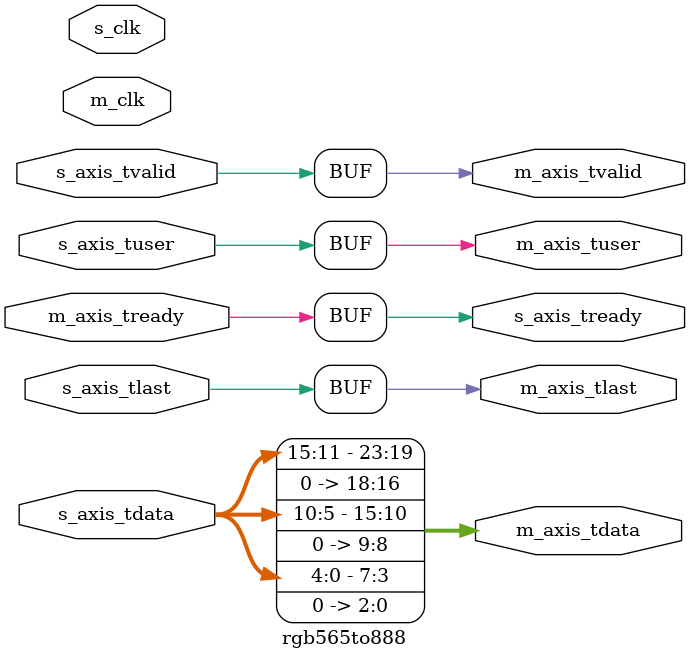
<source format=v>
module rgb565to888(
    input m_clk,
    input s_clk,
	input [15:0]s_axis_tdata,
	input s_axis_tlast,
	output s_axis_tready,
	input s_axis_tuser,
	input s_axis_tvalid,
	
	output [23:0]m_axis_tdata,
	output m_axis_tlast,
	input m_axis_tready,
	output m_axis_tuser,
	output m_axis_tvalid
);  
assign m_axis_tlast = s_axis_tlast;
assign s_axis_tready = m_axis_tready;
assign m_axis_tuser = s_axis_tuser;
assign m_axis_tvalid = s_axis_tvalid;

parameter RGB_SET = 1;
assign m_axis_tdata = RGB_SET?{s_axis_tdata[15:11], 3'b0, s_axis_tdata[10:5], 2'b0, s_axis_tdata[4:0], 3'b0}:
    {s_axis_tdata[7:5],s_axis_tdata[4:3], 3'b0, s_axis_tdata[2:0],s_axis_tdata[15:13], 2'b0, s_axis_tdata[12:8], 3'b0};
//15:11 10:8 7:5 4:0                7:5 4:0 15:11 10:8
//  5    3      5     2   5  3         3+2   3     3+3     2   5   3       
//15:11 000 10:8 7:5 00 4:0 000     7:5 4:3 000 2:0 15:13 00 12:8 000
endmodule

</source>
